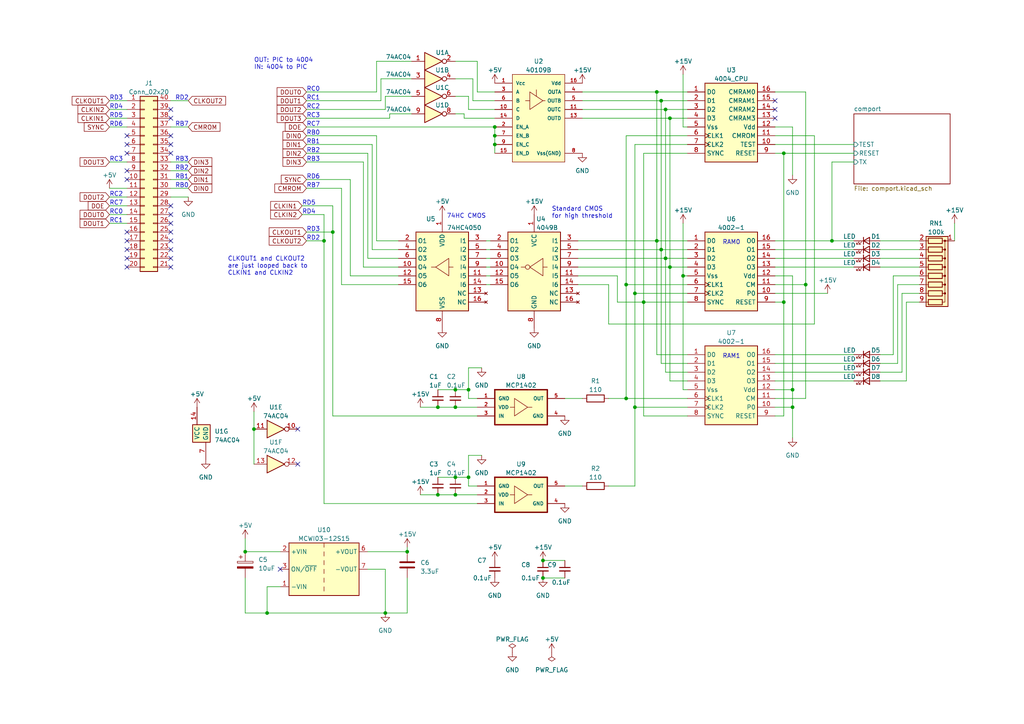
<source format=kicad_sch>
(kicad_sch (version 20230121) (generator eeschema)
  (paper "A4")
  (title_block (title "EMUZ80-4004 mezzanine board") (date "2023-05-22") (rev "0.1") (company "Ryo Mukai"))
  (lib_symbols
    (symbol "000_MyLibrary:4002_RAM"
      (property "Reference" "U" (at -6.35 13.97 0))
      (property "Value" "4002_RAM" (at 0 11.43 0))
      (symbol "4002_RAM_1_0"
        (pin bidirectional line (at -12.7 7.62 0) (length 5.08) (name "D0") (number "1"))
        (pin input line (at 12.7 -7.62 180) (length 5.08) (name "P0") (number "10"))
        (pin input line (at 12.7 -5.08 180) (length 5.08) (name "CM") (number "11"))
        (pin power_in line (at 12.7 -2.54 180) (length 5.08) (name "Vdd") (number "12"))
        (pin output line (at 12.7 0 180) (length 5.08) (name "O3") (number "13"))
        (pin output line (at 12.7 2.54 180) (length 5.08) (name "O2") (number "14"))
        (pin output line (at 12.7 5.08 180) (length 5.08) (name "O1") (number "15"))
        (pin output line (at 12.7 7.62 180) (length 5.08) (name "O0") (number "16"))
        (pin bidirectional line (at -12.7 5.08 0) (length 5.08) (name "D1") (number "2"))
        (pin bidirectional line (at -12.7 2.54 0) (length 5.08) (name "D2") (number "3"))
        (pin bidirectional line (at -12.7 0 0) (length 5.08) (name "D3") (number "4"))
        (pin power_in line (at -12.7 -2.54 0) (length 5.08) (name "Vss") (number "5"))
        (pin input clock (at -12.7 -5.08 0) (length 5.08) (name "CLK1") (number "6"))
        (pin input clock (at -12.7 -7.62 0) (length 5.08) (name "CLK2") (number "7"))
        (pin input line (at -12.7 -10.16 0) (length 5.08) (name "SYNC") (number "8"))
        (pin input line (at 12.7 -10.16 180) (length 5.08) (name "RESET") (number "9"))
      )
    )
    (symbol "000_MyLibrary:4004_CPU"
      (property "Reference" "U" (at -7.62 13.97 0))
      (property "Value" "4004_CPU" (at 0 11.43 0))
      (symbol "4004_CPU_1_0"
        (pin bidirectional line (at -12.7 7.62 0) (length 5.08) (name "D0") (number "1"))
        (pin input line (at 12.7 -7.62 180) (length 5.08) (name "TEST") (number "10"))
        (pin output line (at 12.7 -5.08 180) (length 5.08) (name "CMROM") (number "11"))
        (pin power_in line (at 12.7 -2.54 180) (length 5.08) (name "Vdd") (number "12"))
        (pin output line (at 12.7 0 180) (length 5.08) (name "CMRAM3") (number "13"))
        (pin output line (at 12.7 2.54 180) (length 5.08) (name "CMRAM2") (number "14"))
        (pin output line (at 12.7 5.08 180) (length 5.08) (name "CMRAM1") (number "15"))
        (pin output line (at 12.7 7.62 180) (length 5.08) (name "CMRAM0") (number "16"))
        (pin bidirectional line (at -12.7 5.08 0) (length 5.08) (name "D1") (number "2"))
        (pin bidirectional line (at -12.7 2.54 0) (length 5.08) (name "D2") (number "3"))
        (pin bidirectional line (at -12.7 0 0) (length 5.08) (name "D3") (number "4"))
        (pin power_in line (at -12.7 -2.54 0) (length 5.08) (name "Vss") (number "5"))
        (pin input clock (at -12.7 -5.08 0) (length 5.08) (name "CLK1") (number "6"))
        (pin input clock (at -12.7 -7.62 0) (length 5.08) (name "CLK2") (number "7"))
        (pin output line (at -12.7 -10.16 0) (length 5.08) (name "SYNC") (number "8"))
        (pin input line (at 12.7 -10.16 180) (length 5.08) (name "RESET") (number "9"))
      )
    )
    (symbol "000_MyLibrary:40109B" (pin_names (offset 1.016))
      (property "Reference" "U" (at -7.62 13.97 0))
      (property "Value" "40109B" (at -7.62 -16.51 0))
      (symbol "40109B_0_0"
        (pin input line (at -12.7 -10.16 0) (length 5.08) (name "EN_D") (number "15"))
        (pin input line (at -12.7 -2.54 0) (length 5.08) (name "EN_A") (number "2"))
        (pin input line (at -12.7 -5.08 0) (length 5.08) (name "EN_B") (number "7"))
        (pin input line (at -12.7 -7.62 0) (length 5.08) (name "EN_C") (number "9"))
      )
      (symbol "40109B_1_0"
        (pin power_in line (at -12.7 10.16 0) (length 5.08) (name "Vcc") (number "1"))
        (pin input line (at -12.7 2.54 0) (length 5.08) (name "C") (number "10"))
        (pin output line (at 12.7 2.54 180) (length 5.08) (name "OUTC") (number "11"))
        (pin no_connect line (at 12.7 -5.715 180) (length 5.08) hide (name "NC") (number "12"))
        (pin output line (at 12.7 0 180) (length 5.08) (name "OUTD") (number "13"))
        (pin input line (at -12.7 0 0) (length 5.08) (name "D") (number "14"))
        (pin power_in line (at 12.7 10.16 180) (length 5.08) (name "Vdd") (number "16"))
        (pin input line (at -12.7 7.62 0) (length 5.08) (name "A") (number "3"))
        (pin output line (at 12.7 7.62 180) (length 5.08) (name "OUTA") (number "4"))
        (pin output line (at 12.7 5.08 180) (length 5.08) (name "OUTB") (number "5"))
        (pin input line (at -12.7 5.08 0) (length 5.08) (name "B") (number "6"))
        (pin power_in line (at 12.7 -10.16 180) (length 5.08) (name "Vss(GND)") (number "8"))
      )
    )
    (symbol "000_MyLibrary:4049"
      (property "Reference" "U5" (at 7.62 12.7 0))
      (property "Value" "4049" (at 7.62 10.16 0))
      (symbol "4049_1_0"
        (pin power_in line (at 0 12.7 270) (length 5.08) (name "VCC") (number "1"))
        (pin output line (at 12.7 -2.54 180) (length 5.08) (name "O4") (number "10"))
        (pin input line (at -12.7 -5.08 0) (length 5.08) (name "I5") (number "11"))
        (pin output line (at 12.7 -5.08 180) (length 5.08) (name "O5") (number "12"))
        (pin no_connect line (at -12.7 -10.16 0) (length 5.08) (name "NC") (number "13"))
        (pin input line (at -12.7 -7.62 0) (length 5.08) (name "I6") (number "14"))
        (pin output line (at 12.7 -7.62 180) (length 5.08) (name "O6") (number "15"))
        (pin no_connect line (at -12.7 -12.7 0) (length 5.08) (name "NC") (number "16"))
        (pin output line (at 12.7 5.08 180) (length 5.08) (name "O1") (number "2"))
        (pin input line (at -12.7 5.08 0) (length 5.08) (name "I1") (number "3"))
        (pin output line (at 12.7 2.54 180) (length 5.08) (name "O2") (number "4"))
        (pin input line (at -12.7 2.54 0) (length 5.08) (name "I2") (number "5"))
        (pin output line (at 12.7 0 180) (length 5.08) (name "O3") (number "6"))
        (pin input line (at -12.7 0 0) (length 5.08) (name "I3") (number "7"))
        (pin power_in line (at 0 -20.32 90) (length 5.08) (name "GND") (number "8"))
        (pin input line (at -12.7 -2.54 0) (length 5.08) (name "I4") (number "9"))
      )
    )
    (symbol "000_MyLibrary:4050"
      (property "Reference" "U4" (at 7.62 15.24 0))
      (property "Value" "4050" (at 7.62 12.7 0))
      (symbol "4050_1_0"
        (pin power_in line (at 0 15.24 270) (length 5.08) (name "VDD") (number "1"))
        (pin output line (at 12.7 0 180) (length 5.08) (name "O4") (number "10"))
        (pin input line (at -12.7 -2.54 0) (length 5.08) (name "I5") (number "11"))
        (pin output line (at 12.7 -2.54 180) (length 5.08) (name "O5") (number "12"))
        (pin no_connect line (at -12.7 -7.62 0) (length 5.08) (name "NC") (number "13"))
        (pin input line (at -12.7 -5.08 0) (length 5.08) (name "I6") (number "14"))
        (pin output line (at 12.7 -5.08 180) (length 5.08) (name "O6") (number "15"))
        (pin no_connect line (at -12.7 -10.16 0) (length 5.08) (name "NC") (number "16"))
        (pin output line (at 12.7 7.62 180) (length 5.08) (name "O1") (number "2"))
        (pin input line (at -12.7 7.62 0) (length 5.08) (name "I1") (number "3"))
        (pin output line (at 12.7 5.08 180) (length 5.08) (name "O2") (number "4"))
        (pin input line (at -12.7 5.08 0) (length 5.08) (name "I2") (number "5"))
        (pin output line (at 12.7 2.54 180) (length 5.08) (name "O3") (number "6"))
        (pin input line (at -12.7 2.54 0) (length 5.08) (name "I3") (number "7"))
        (pin power_in line (at 0 -17.78 90) (length 5.08) (name "VSS") (number "8"))
        (pin input line (at -12.7 0 0) (length 5.08) (name "I4") (number "9"))
      )
    )
    (symbol "000_MyLibrary:74AC04"
      (property "Reference" "U" (at 0 5.08 0))
      (property "Value" "74AC04" (at 2.54 2.54 0))
      (symbol "74AC04_1_0"
        (pin input line (at -6.35 0 0) (length 3.81) (name "~") (number "1"))
        (pin output inverted (at 6.35 0 180) (length 3.81) (name "~") (number "2"))
      )
      (symbol "74AC04_2_0"
        (pin input line (at -6.35 0 0) (length 3.81) (name "~") (number "3"))
        (pin output inverted (at 6.35 0 180) (length 3.81) (name "~") (number "4"))
      )
      (symbol "74AC04_3_0"
        (pin input line (at -6.35 0 0) (length 3.81) (name "~") (number "5"))
        (pin output inverted (at 6.35 0 180) (length 3.81) (name "~") (number "6"))
      )
      (symbol "74AC04_4_0"
        (pin output inverted (at 6.35 0 180) (length 3.81) (name "~") (number "8"))
        (pin input line (at -6.35 0 0) (length 3.81) (name "~") (number "9"))
      )
      (symbol "74AC04_5_0"
        (pin output inverted (at 6.35 0 180) (length 3.81) (name "~") (number "10"))
        (pin input line (at -6.35 0 0) (length 3.81) (name "~") (number "11"))
      )
      (symbol "74AC04_6_0"
        (pin output inverted (at 6.35 0 180) (length 3.81) (name "~") (number "12"))
        (pin input line (at -6.35 0 0) (length 3.81) (name "~") (number "13"))
      )
      (symbol "74AC04_7_0"
        (pin power_in line (at -1.27 7.62 270) (length 5.08) (name "VCC") (number "14"))
        (pin power_in line (at 1.27 -7.62 90) (length 5.08) (name "GND") (number "7"))
      )
    )
    (symbol "000_MyLibrary:C" (pin_numbers hide) (pin_names (offset 0.254))
      (property "Reference" "C" (at 0.635 2.54 0))
      (property "Value" "C" (at 0.635 -2.54 0))
      (symbol "C_1_1"
        (pin passive line (at 0 3.81 270) (length 2.794) (name "~") (number "1"))
        (pin passive line (at 0 -3.81 90) (length 2.794) (name "~") (number "2"))
      )
    )
    (symbol "000_MyLibrary:C_Polarized" (pin_numbers hide) (pin_names (offset 0.254))
      (property "Reference" "C" (at 0.635 2.54 0))
      (property "Value" "C_Polarized" (at 0.635 -2.54 0))
      (symbol "C_Polarized_1_1"
        (pin passive line (at 0 3.81 270) (length 2.794) (name "~") (number "1"))
        (pin passive line (at 0 -3.81 90) (length 2.794) (name "~") (number "2"))
      )
    )
    (symbol "000_MyLibrary:C_Small" (pin_numbers hide) (pin_names (offset 0.254) hide)
      (property "Reference" "C" (at 0.254 1.778 0))
      (property "Value" "C_Small" (at 0.254 -2.032 0))
      (symbol "C_Small_1_1"
        (pin passive line (at 0 2.54 270) (length 2.032) (name "~") (number "1"))
        (pin passive line (at 0 -2.54 90) (length 2.032) (name "~") (number "2"))
      )
    )
    (symbol "000_MyLibrary:LED" (pin_numbers hide) (pin_names (offset 1.016) hide)
      (property "Reference" "D" (at 0.254 2.54 0))
      (property "Value" "LED" (at 0.254 -2.54 0))
      (symbol "LED_1_1"
        (pin passive line (at -3.81 0 0) (length 2.54) (name "K") (number "1"))
        (pin passive line (at 3.81 0 180) (length 2.54) (name "A") (number "2"))
      )
    )
    (symbol "000_MyLibrary:MCP1402" (pin_names (offset 1.016))
      (property "Reference" "U" (at -7.62 6.35 0))
      (property "Value" "MCP1402" (at -7.62 -7.62 0))
      (symbol "MCP1402_0_0"
        (pin input line (at -12.7 -2.54 0) (length 5.08) (name "IN") (number "3"))
        (pin power_in line (at 12.7 -2.54 180) (length 5.08) (name "GND") (number "4"))
      )
      (symbol "MCP1402_1_0"
        (pin power_in line (at -12.7 2.54 0) (length 5.08) (name "GND") (number "1"))
        (pin power_in line (at -12.7 0 0) (length 5.08) (name "VDD") (number "2"))
        (pin output line (at 12.7 2.54 180) (length 5.08) (name "OUT") (number "5"))
      )
    )
    (symbol "000_MyLibrary:MCWI03-12S15"
      (property "Reference" "U" (at 0 11.43 0))
      (property "Value" "MCWI03-12S15" (at 0 8.89 0))
      (symbol "MCWI03-12S15_1_1"
        (pin power_in line (at -12.7 -5.08 0) (length 2.54) (name "-VIN") (number "1"))
        (pin power_in line (at -12.7 5.08 0) (length 2.54) (name "+VIN") (number "2"))
        (pin input line (at -12.7 0 0) (length 2.54) (name "ON/~{OFF}") (number "3"))
        (pin no_connect line (at 10.16 -2.54 180) (length 2.54) hide (name "NC") (number "5"))
        (pin power_out line (at 12.7 5.08 180) (length 2.54) (name "+VOUT") (number "6"))
        (pin power_out line (at 12.7 0 180) (length 2.54) (name "-VOUT") (number "7"))
        (pin no_connect line (at 10.16 -5.08 180) (length 2.54) hide (name "NC") (number "8"))
      )
    )
    (symbol "000_MyLibrary:R" (pin_numbers hide) (pin_names (offset 0))
      (property "Reference" "R" (at 2.032 0 90))
      (property "Value" "R" (at 0 0 90))
      (symbol "R_1_1"
        (pin passive line (at 0 3.81 270) (length 1.27) (name "~") (number "1"))
        (pin passive line (at 0 -3.81 90) (length 1.27) (name "~") (number "2"))
      )
    )
    (symbol "000_MyLibrary:R_Network08" (pin_names (offset 0) hide)
      (property "Reference" "RN" (at -12.7 0 90))
      (property "Value" "R_Network08" (at 10.16 0 90))
      (symbol "R_Network08_1_1"
        (pin passive line (at -10.16 5.08 270) (length 2.54) (name "common") (number "1"))
        (pin passive line (at -10.16 -5.08 90) (length 1.27) (name "R1") (number "2"))
        (pin passive line (at -7.62 -5.08 90) (length 1.27) (name "R2") (number "3"))
        (pin passive line (at -5.08 -5.08 90) (length 1.27) (name "R3") (number "4"))
        (pin passive line (at -2.54 -5.08 90) (length 1.27) (name "R4") (number "5"))
        (pin passive line (at 0 -5.08 90) (length 1.27) (name "R5") (number "6"))
        (pin passive line (at 2.54 -5.08 90) (length 1.27) (name "R6") (number "7"))
        (pin passive line (at 5.08 -5.08 90) (length 1.27) (name "R7") (number "8"))
        (pin passive line (at 7.62 -5.08 90) (length 1.27) (name "R8") (number "9"))
      )
    )
    (symbol "Connector_Generic:Conn_02x20_Counter_Clockwise" (pin_names (offset 1.016) hide)
      (property "Reference" "J" (at 1.27 25.4 0))
      (property "Value" "Conn_02x20_Counter_Clockwise" (at 1.27 -27.94 0))
      (symbol "Conn_02x20_Counter_Clockwise_1_1"
        (pin passive line (at -5.08 22.86 0) (length 3.81) (name "Pin_1") (number "1"))
        (pin passive line (at -5.08 0 0) (length 3.81) (name "Pin_10") (number "10"))
        (pin passive line (at -5.08 -2.54 0) (length 3.81) (name "Pin_11") (number "11"))
        (pin passive line (at -5.08 -5.08 0) (length 3.81) (name "Pin_12") (number "12"))
        (pin passive line (at -5.08 -7.62 0) (length 3.81) (name "Pin_13") (number "13"))
        (pin passive line (at -5.08 -10.16 0) (length 3.81) (name "Pin_14") (number "14"))
        (pin passive line (at -5.08 -12.7 0) (length 3.81) (name "Pin_15") (number "15"))
        (pin passive line (at -5.08 -15.24 0) (length 3.81) (name "Pin_16") (number "16"))
        (pin passive line (at -5.08 -17.78 0) (length 3.81) (name "Pin_17") (number "17"))
        (pin passive line (at -5.08 -20.32 0) (length 3.81) (name "Pin_18") (number "18"))
        (pin passive line (at -5.08 -22.86 0) (length 3.81) (name "Pin_19") (number "19"))
        (pin passive line (at -5.08 20.32 0) (length 3.81) (name "Pin_2") (number "2"))
        (pin passive line (at -5.08 -25.4 0) (length 3.81) (name "Pin_20") (number "20"))
        (pin passive line (at 7.62 -25.4 180) (length 3.81) (name "Pin_21") (number "21"))
        (pin passive line (at 7.62 -22.86 180) (length 3.81) (name "Pin_22") (number "22"))
        (pin passive line (at 7.62 -20.32 180) (length 3.81) (name "Pin_23") (number "23"))
        (pin passive line (at 7.62 -17.78 180) (length 3.81) (name "Pin_24") (number "24"))
        (pin passive line (at 7.62 -15.24 180) (length 3.81) (name "Pin_25") (number "25"))
        (pin passive line (at 7.62 -12.7 180) (length 3.81) (name "Pin_26") (number "26"))
        (pin passive line (at 7.62 -10.16 180) (length 3.81) (name "Pin_27") (number "27"))
        (pin passive line (at 7.62 -7.62 180) (length 3.81) (name "Pin_28") (number "28"))
        (pin passive line (at 7.62 -5.08 180) (length 3.81) (name "Pin_29") (number "29"))
        (pin passive line (at -5.08 17.78 0) (length 3.81) (name "Pin_3") (number "3"))
        (pin passive line (at 7.62 -2.54 180) (length 3.81) (name "Pin_30") (number "30"))
        (pin passive line (at 7.62 0 180) (length 3.81) (name "Pin_31") (number "31"))
        (pin passive line (at 7.62 2.54 180) (length 3.81) (name "Pin_32") (number "32"))
        (pin passive line (at 7.62 5.08 180) (length 3.81) (name "Pin_33") (number "33"))
        (pin passive line (at 7.62 7.62 180) (length 3.81) (name "Pin_34") (number "34"))
        (pin passive line (at 7.62 10.16 180) (length 3.81) (name "Pin_35") (number "35"))
        (pin passive line (at 7.62 12.7 180) (length 3.81) (name "Pin_36") (number "36"))
        (pin passive line (at 7.62 15.24 180) (length 3.81) (name "Pin_37") (number "37"))
        (pin passive line (at 7.62 17.78 180) (length 3.81) (name "Pin_38") (number "38"))
        (pin passive line (at 7.62 20.32 180) (length 3.81) (name "Pin_39") (number "39"))
        (pin passive line (at -5.08 15.24 0) (length 3.81) (name "Pin_4") (number "4"))
        (pin passive line (at 7.62 22.86 180) (length 3.81) (name "Pin_40") (number "40"))
        (pin passive line (at -5.08 12.7 0) (length 3.81) (name "Pin_5") (number "5"))
        (pin passive line (at -5.08 10.16 0) (length 3.81) (name "Pin_6") (number "6"))
        (pin passive line (at -5.08 7.62 0) (length 3.81) (name "Pin_7") (number "7"))
        (pin passive line (at -5.08 5.08 0) (length 3.81) (name "Pin_8") (number "8"))
        (pin passive line (at -5.08 2.54 0) (length 3.81) (name "Pin_9") (number "9"))
      )
    )
    (symbol "power:+15V" (power) (pin_names (offset 0))
      (property "Value" "+15V" (at 0 3.556 0))
      (symbol "+15V_1_1"
        (pin power_in line (at 0 0 90) (length 0) hide (name "+15V") (number "1"))
      )
    )
    (symbol "power:+5V" (power) (pin_names (offset 0))
      (property "Value" "+5V" (at 0 3.556 0))
      (symbol "+5V_1_1"
        (pin power_in line (at 0 0 90) (length 0) hide (name "+5V") (number "1"))
      )
    )
    (symbol "power:GND" (power) (pin_names (offset 0))
      (property "Value" "GND" (at 0 -3.81 0))
      (symbol "GND_1_1"
        (pin power_in line (at 0 0 270) (length 0) hide (name "GND") (number "1"))
      )
    )
    (symbol "power:PWR_FLAG" (power) (pin_numbers hide) (pin_names (offset 0) hide)
      (property "Value" "PWR_FLAG" (at 0 3.81 0))
      (symbol "PWR_FLAG_0_0"
        (pin power_out line (at 0 0 90) (length 0) (name "pwr") (number "1"))
      )
    )
  )
  (junction (at 135.89 113.03))
  (junction (at 93.98 69.85))
  (junction (at 190.5 26.67))
  (junction (at 181.61 82.55))
  (junction (at 132.08 138.43))
  (junction (at 184.15 118.11))
  (junction (at 190.5 69.85))
  (junction (at 111.76 177.8))
  (junction (at 191.77 72.39))
  (junction (at 127 118.11))
  (junction (at 71.12 160.02))
  (junction (at 96.52 67.31))
  (junction (at 227.33 44.45))
  (junction (at 229.87 113.03))
  (junction (at 118.11 160.02))
  (junction (at 132.08 143.51))
  (junction (at 181.61 115.57))
  (junction (at 73.66 124.46))
  (junction (at 184.15 85.09))
  (junction (at 77.47 177.8))
  (junction (at 193.04 31.75))
  (junction (at 127 143.51))
  (junction (at 191.77 29.21))
  (junction (at 229.87 118.11))
  (junction (at 132.08 113.03))
  (junction (at 194.31 34.29))
  (junction (at 143.51 41.91))
  (junction (at 157.48 162.56))
  (junction (at 143.51 39.37))
  (junction (at 193.04 74.93))
  (junction (at 157.48 167.64))
  (junction (at 194.31 77.47))
  (junction (at 186.69 87.63))
  (junction (at 241.3 69.85))
  (junction (at 143.51 36.83))
  (junction (at 135.89 138.43))
  (junction (at 132.08 118.11))
  (junction (at 198.12 80.01))
  (junction (at 233.68 82.55))
  (junction (at 227.33 87.63))
  (no_connect (at 81.28 165.1))
  (no_connect (at 49.53 31.75))
  (no_connect (at 49.53 39.37))
  (no_connect (at 49.53 69.85))
  (no_connect (at 224.79 31.75))
  (no_connect (at 36.83 67.31))
  (no_connect (at 49.53 59.69))
  (no_connect (at 36.83 49.53))
  (no_connect (at 36.83 69.85))
  (no_connect (at 36.83 41.91))
  (no_connect (at 36.83 44.45))
  (no_connect (at 49.53 74.93))
  (no_connect (at 49.53 44.45))
  (no_connect (at 86.36 124.46))
  (no_connect (at 36.83 77.47))
  (no_connect (at 49.53 72.39))
  (no_connect (at 224.79 29.21))
  (no_connect (at 49.53 62.23))
  (no_connect (at 49.53 34.29))
  (no_connect (at 224.79 34.29))
  (no_connect (at 36.83 52.07))
  (no_connect (at 36.83 39.37))
  (no_connect (at 86.36 134.62))
  (no_connect (at 49.53 67.31))
  (no_connect (at 49.53 77.47))
  (no_connect (at 49.53 41.91))
  (no_connect (at 36.83 72.39))
  (no_connect (at 49.53 64.77))
  (no_connect (at 36.83 74.93))
  (wire (pts (xy 191.77 29.21) (xy 199.39 29.21)))
  (wire (pts (xy 88.9 67.31) (xy 96.52 67.31)))
  (wire (pts (xy 167.64 72.39) (xy 191.77 72.39)))
  (wire (pts (xy 142.24 72.39) (xy 140.97 72.39)))
  (wire (pts (xy 199.39 102.87) (xy 190.5 102.87)))
  (wire (pts (xy 224.79 26.67) (xy 233.68 26.67)))
  (wire (pts (xy 31.75 54.61) (xy 36.83 54.61)))
  (wire (pts (xy 31.75 57.15) (xy 36.83 57.15)))
  (wire (pts (xy 199.39 80.01) (xy 198.12 80.01)))
  (wire (pts (xy 184.15 85.09) (xy 199.39 85.09)))
  (wire (pts (xy 121.92 143.51) (xy 127 143.51)))
  (wire (pts (xy 77.47 177.8) (xy 111.76 177.8)))
  (wire (pts (xy 127 118.11) (xy 132.08 118.11)))
  (wire (pts (xy 168.91 26.67) (xy 190.5 26.67)))
  (wire (pts (xy 184.15 41.91) (xy 199.39 41.91)))
  (wire (pts (xy 193.04 107.95) (xy 193.04 74.93)))
  (wire (pts (xy 194.31 77.47) (xy 199.39 77.47)))
  (wire (pts (xy 224.79 69.85) (xy 241.3 69.85)))
  (wire (pts (xy 241.3 46.99) (xy 241.3 69.85)))
  (wire (pts (xy 132.08 17.78) (xy 138.43 17.78)))
  (wire (pts (xy 118.11 177.8) (xy 111.76 177.8)))
  (wire (pts (xy 109.22 17.78) (xy 119.38 17.78)))
  (wire (pts (xy 224.79 105.41) (xy 247.65 105.41)))
  (wire (pts (xy 88.9 69.85) (xy 93.98 69.85)))
  (wire (pts (xy 106.68 165.1) (xy 111.76 165.1)))
  (wire (pts (xy 199.39 105.41) (xy 191.77 105.41)))
  (wire (pts (xy 115.57 80.01) (xy 101.6 80.01)))
  (wire (pts (xy 132.08 22.86) (xy 137.16 22.86)))
  (wire (pts (xy 54.61 54.61) (xy 49.53 54.61)))
  (wire (pts (xy 168.91 31.75) (xy 193.04 31.75)))
  (wire (pts (xy 31.75 62.23) (xy 36.83 62.23)))
  (wire (pts (xy 106.68 74.93) (xy 115.57 74.93)))
  (wire (pts (xy 142.24 69.85) (xy 140.97 69.85)))
  (wire (pts (xy 224.79 80.01) (xy 229.87 80.01)))
  (wire (pts (xy 224.79 110.49) (xy 247.65 110.49)))
  (wire (pts (xy 191.77 105.41) (xy 191.77 72.39)))
  (wire (pts (xy 168.91 34.29) (xy 194.31 34.29)))
  (wire (pts (xy 138.43 115.57) (xy 135.89 115.57)))
  (wire (pts (xy 142.24 82.55) (xy 140.97 82.55)))
  (wire (pts (xy 176.53 115.57) (xy 181.61 115.57)))
  (wire (pts (xy 229.87 113.03) (xy 229.87 118.11)))
  (wire (pts (xy 198.12 80.01) (xy 198.12 64.77)))
  (wire (pts (xy 236.22 39.37) (xy 224.79 39.37)))
  (wire (pts (xy 113.03 34.29) (xy 113.03 33.02)))
  (wire (pts (xy 143.51 36.83) (xy 143.51 39.37)))
  (wire (pts (xy 96.52 120.65) (xy 138.43 120.65)))
  (wire (pts (xy 176.53 82.55) (xy 176.53 93.98)))
  (wire (pts (xy 111.76 165.1) (xy 111.76 177.8)))
  (wire (pts (xy 142.24 77.47) (xy 140.97 77.47)))
  (wire (pts (xy 111.76 27.94) (xy 119.38 27.94)))
  (wire (pts (xy 105.41 77.47) (xy 115.57 77.47)))
  (wire (pts (xy 135.89 31.75) (xy 143.51 31.75)))
  (wire (pts (xy 184.15 41.91) (xy 184.15 85.09)))
  (wire (pts (xy 224.79 77.47) (xy 247.65 77.47)))
  (wire (pts (xy 101.6 80.01) (xy 101.6 52.07)))
  (wire (pts (xy 77.47 177.8) (xy 77.47 170.18)))
  (wire (pts (xy 163.83 140.97) (xy 168.91 140.97)))
  (wire (pts (xy 127 113.03) (xy 132.08 113.03)))
  (wire (pts (xy 138.43 26.67) (xy 143.51 26.67)))
  (wire (pts (xy 259.08 80.01) (xy 259.08 102.87)))
  (wire (pts (xy 184.15 140.97) (xy 184.15 118.11)))
  (wire (pts (xy 266.7 82.55) (xy 260.35 82.55)))
  (wire (pts (xy 88.9 29.21) (xy 110.49 29.21)))
  (wire (pts (xy 179.07 80.01) (xy 179.07 87.63)))
  (wire (pts (xy 71.12 167.64) (xy 71.12 177.8)))
  (wire (pts (xy 121.92 118.11) (xy 127 118.11)))
  (wire (pts (xy 88.9 44.45) (xy 106.68 44.45)))
  (wire (pts (xy 127 143.51) (xy 132.08 143.51)))
  (wire (pts (xy 88.9 26.67) (xy 109.22 26.67)))
  (wire (pts (xy 106.68 160.02) (xy 118.11 160.02)))
  (wire (pts (xy 261.62 85.09) (xy 261.62 107.95)))
  (wire (pts (xy 193.04 31.75) (xy 199.39 31.75)))
  (wire (pts (xy 191.77 72.39) (xy 199.39 72.39)))
  (wire (pts (xy 227.33 44.45) (xy 247.65 44.45)))
  (wire (pts (xy 127 138.43) (xy 132.08 138.43)))
  (wire (pts (xy 186.69 120.65) (xy 186.69 87.63)))
  (wire (pts (xy 229.87 118.11) (xy 229.87 127)))
  (wire (pts (xy 233.68 115.57) (xy 233.68 82.55)))
  (wire (pts (xy 31.75 29.21) (xy 36.83 29.21)))
  (wire (pts (xy 199.39 120.65) (xy 186.69 120.65)))
  (wire (pts (xy 193.04 31.75) (xy 193.04 74.93)))
  (wire (pts (xy 224.79 41.91) (xy 247.65 41.91)))
  (wire (pts (xy 93.98 146.05) (xy 138.43 146.05)))
  (wire (pts (xy 224.79 118.11) (xy 229.87 118.11)))
  (wire (pts (xy 199.39 110.49) (xy 194.31 110.49)))
  (wire (pts (xy 224.79 74.93) (xy 247.65 74.93)))
  (wire (pts (xy 110.49 29.21) (xy 110.49 22.86)))
  (wire (pts (xy 71.12 177.8) (xy 77.47 177.8)))
  (wire (pts (xy 194.31 34.29) (xy 194.31 77.47)))
  (wire (pts (xy 168.91 29.21) (xy 191.77 29.21)))
  (wire (pts (xy 190.5 69.85) (xy 199.39 69.85)))
  (wire (pts (xy 181.61 39.37) (xy 181.61 82.55)))
  (wire (pts (xy 134.62 34.29) (xy 143.51 34.29)))
  (wire (pts (xy 224.79 85.09) (xy 240.03 85.09)))
  (wire (pts (xy 190.5 26.67) (xy 190.5 69.85)))
  (wire (pts (xy 88.9 46.99) (xy 105.41 46.99)))
  (wire (pts (xy 167.64 77.47) (xy 194.31 77.47)))
  (wire (pts (xy 224.79 113.03) (xy 229.87 113.03)))
  (wire (pts (xy 111.76 31.75) (xy 111.76 27.94)))
  (wire (pts (xy 229.87 80.01) (xy 229.87 113.03)))
  (wire (pts (xy 199.39 26.67) (xy 190.5 26.67)))
  (wire (pts (xy 135.89 140.97) (xy 135.89 138.43)))
  (wire (pts (xy 96.52 59.69) (xy 96.52 67.31)))
  (wire (pts (xy 88.9 34.29) (xy 113.03 34.29)))
  (wire (pts (xy 157.48 162.56) (xy 163.83 162.56)))
  (wire (pts (xy 142.24 80.01) (xy 140.97 80.01)))
  (wire (pts (xy 88.9 31.75) (xy 111.76 31.75)))
  (wire (pts (xy 31.75 34.29) (xy 36.83 34.29)))
  (wire (pts (xy 194.31 110.49) (xy 194.31 77.47)))
  (wire (pts (xy 109.22 26.67) (xy 109.22 17.78)))
  (wire (pts (xy 229.87 36.83) (xy 229.87 50.8)))
  (wire (pts (xy 93.98 69.85) (xy 93.98 146.05)))
  (wire (pts (xy 101.6 52.07) (xy 88.9 52.07)))
  (wire (pts (xy 31.75 46.99) (xy 36.83 46.99)))
  (wire (pts (xy 255.27 110.49) (xy 262.89 110.49)))
  (wire (pts (xy 266.7 80.01) (xy 259.08 80.01)))
  (wire (pts (xy 135.89 132.08) (xy 139.7 132.08)))
  (wire (pts (xy 137.16 22.86) (xy 137.16 29.21)))
  (wire (pts (xy 54.61 46.99) (xy 49.53 46.99)))
  (wire (pts (xy 167.64 82.55) (xy 176.53 82.55)))
  (wire (pts (xy 132.08 33.02) (xy 134.62 33.02)))
  (wire (pts (xy 276.86 64.77) (xy 276.86 69.85)))
  (wire (pts (xy 99.06 82.55) (xy 99.06 54.61)))
  (wire (pts (xy 135.89 113.03) (xy 135.89 106.68)))
  (wire (pts (xy 260.35 82.55) (xy 260.35 105.41)))
  (wire (pts (xy 181.61 115.57) (xy 199.39 115.57)))
  (wire (pts (xy 31.75 64.77) (xy 36.83 64.77)))
  (wire (pts (xy 132.08 118.11) (xy 138.43 118.11)))
  (wire (pts (xy 142.24 74.93) (xy 140.97 74.93)))
  (wire (pts (xy 99.06 54.61) (xy 88.9 54.61)))
  (wire (pts (xy 224.79 102.87) (xy 247.65 102.87)))
  (wire (pts (xy 87.63 62.23) (xy 93.98 62.23)))
  (wire (pts (xy 224.79 72.39) (xy 247.65 72.39)))
  (wire (pts (xy 167.64 69.85) (xy 190.5 69.85)))
  (wire (pts (xy 132.08 113.03) (xy 135.89 113.03)))
  (wire (pts (xy 224.79 107.95) (xy 247.65 107.95)))
  (wire (pts (xy 137.16 29.21) (xy 143.51 29.21)))
  (wire (pts (xy 224.79 120.65) (xy 227.33 120.65)))
  (wire (pts (xy 199.39 82.55) (xy 181.61 82.55)))
  (wire (pts (xy 255.27 77.47) (xy 266.7 77.47)))
  (wire (pts (xy 132.08 143.51) (xy 138.43 143.51)))
  (wire (pts (xy 132.08 27.94) (xy 135.89 27.94)))
  (wire (pts (xy 135.89 115.57) (xy 135.89 113.03)))
  (wire (pts (xy 255.27 74.93) (xy 266.7 74.93)))
  (wire (pts (xy 107.95 72.39) (xy 115.57 72.39)))
  (wire (pts (xy 227.33 87.63) (xy 224.79 87.63)))
  (wire (pts (xy 88.9 41.91) (xy 107.95 41.91)))
  (wire (pts (xy 71.12 160.02) (xy 81.28 160.02)))
  (wire (pts (xy 54.61 49.53) (xy 49.53 49.53)))
  (wire (pts (xy 109.22 69.85) (xy 115.57 69.85)))
  (wire (pts (xy 255.27 105.41) (xy 260.35 105.41)))
  (wire (pts (xy 113.03 33.02) (xy 119.38 33.02)))
  (wire (pts (xy 132.08 138.43) (xy 135.89 138.43)))
  (wire (pts (xy 143.51 41.91) (xy 143.51 44.45)))
  (wire (pts (xy 135.89 138.43) (xy 135.89 132.08)))
  (wire (pts (xy 107.95 41.91) (xy 107.95 72.39)))
  (wire (pts (xy 176.53 93.98) (xy 236.22 93.98)))
  (wire (pts (xy 233.68 26.67) (xy 233.68 82.55)))
  (wire (pts (xy 88.9 39.37) (xy 109.22 39.37)))
  (wire (pts (xy 105.41 46.99) (xy 105.41 77.47)))
  (wire (pts (xy 49.53 57.15) (xy 54.61 57.15)))
  (wire (pts (xy 247.65 46.99) (xy 241.3 46.99)))
  (wire (pts (xy 266.7 87.63) (xy 262.89 87.63)))
  (wire (pts (xy 227.33 87.63) (xy 227.33 120.65)))
  (wire (pts (xy 143.51 39.37) (xy 143.51 41.91)))
  (wire (pts (xy 163.83 115.57) (xy 168.91 115.57)))
  (wire (pts (xy 138.43 140.97) (xy 135.89 140.97)))
  (wire (pts (xy 255.27 69.85) (xy 266.7 69.85)))
  (wire (pts (xy 181.61 115.57) (xy 181.61 82.55)))
  (wire (pts (xy 181.61 39.37) (xy 199.39 39.37)))
  (wire (pts (xy 190.5 102.87) (xy 190.5 69.85)))
  (wire (pts (xy 255.27 72.39) (xy 266.7 72.39)))
  (wire (pts (xy 167.64 74.93) (xy 193.04 74.93)))
  (wire (pts (xy 115.57 82.55) (xy 99.06 82.55)))
  (wire (pts (xy 262.89 87.63) (xy 262.89 110.49)))
  (wire (pts (xy 31.75 31.75) (xy 36.83 31.75)))
  (wire (pts (xy 199.39 113.03) (xy 198.12 113.03)))
  (wire (pts (xy 167.64 80.01) (xy 179.07 80.01)))
  (wire (pts (xy 191.77 29.21) (xy 191.77 72.39)))
  (wire (pts (xy 31.75 59.69) (xy 36.83 59.69)))
  (wire (pts (xy 134.62 33.02) (xy 134.62 34.29)))
  (wire (pts (xy 77.47 170.18) (xy 81.28 170.18)))
  (wire (pts (xy 73.66 124.46) (xy 73.66 134.62)))
  (wire (pts (xy 179.07 87.63) (xy 186.69 87.63)))
  (wire (pts (xy 109.22 39.37) (xy 109.22 69.85)))
  (wire (pts (xy 138.43 17.78) (xy 138.43 26.67)))
  (wire (pts (xy 186.69 87.63) (xy 199.39 87.63)))
  (wire (pts (xy 54.61 36.83) (xy 49.53 36.83)))
  (wire (pts (xy 224.79 36.83) (xy 229.87 36.83)))
  (wire (pts (xy 118.11 160.02) (xy 118.11 158.75)))
  (wire (pts (xy 73.66 119.38) (xy 73.66 124.46)))
  (wire (pts (xy 31.75 36.83) (xy 36.83 36.83)))
  (wire (pts (xy 199.39 36.83) (xy 198.12 36.83)))
  (wire (pts (xy 54.61 29.21) (xy 49.53 29.21)))
  (wire (pts (xy 135.89 27.94) (xy 135.89 31.75)))
  (wire (pts (xy 118.11 167.64) (xy 118.11 177.8)))
  (wire (pts (xy 106.68 44.45) (xy 106.68 74.93)))
  (wire (pts (xy 227.33 44.45) (xy 227.33 87.63)))
  (wire (pts (xy 157.48 167.64) (xy 163.83 167.64)))
  (wire (pts (xy 71.12 156.21) (xy 71.12 160.02)))
  (wire (pts (xy 184.15 118.11) (xy 184.15 85.09)))
  (wire (pts (xy 224.79 115.57) (xy 233.68 115.57)))
  (wire (pts (xy 255.27 102.87) (xy 259.08 102.87)))
  (wire (pts (xy 198.12 36.83) (xy 198.12 21.59)))
  (wire (pts (xy 87.63 59.69) (xy 96.52 59.69)))
  (wire (pts (xy 266.7 85.09) (xy 261.62 85.09)))
  (wire (pts (xy 176.53 140.97) (xy 184.15 140.97)))
  (wire (pts (xy 96.52 67.31) (xy 96.52 120.65)))
  (wire (pts (xy 236.22 39.37) (xy 236.22 93.98)))
  (wire (pts (xy 255.27 107.95) (xy 261.62 107.95)))
  (wire (pts (xy 93.98 62.23) (xy 93.98 69.85)))
  (wire (pts (xy 186.69 44.45) (xy 186.69 87.63)))
  (wire (pts (xy 88.9 36.83) (xy 143.51 36.83)))
  (wire (pts (xy 224.79 44.45) (xy 227.33 44.45)))
  (wire (pts (xy 194.31 34.29) (xy 199.39 34.29)))
  (wire (pts (xy 198.12 80.01) (xy 198.12 113.03)))
  (wire (pts (xy 241.3 69.85) (xy 247.65 69.85)))
  (wire (pts (xy 199.39 74.93) (xy 193.04 74.93)))
  (wire (pts (xy 199.39 107.95) (xy 193.04 107.95)))
  (wire (pts (xy 186.69 44.45) (xy 199.39 44.45)))
  (wire (pts (xy 184.15 118.11) (xy 199.39 118.11)))
  (wire (pts (xy 54.61 52.07) (xy 49.53 52.07)))
  (wire (pts (xy 135.89 106.68) (xy 139.7 106.68)))
  (wire (pts (xy 110.49 22.86) (xy 119.38 22.86)))
  (wire (pts (xy 233.68 82.55) (xy 224.79 82.55)))
  (text "RC2" (at 31.75 57.15 0) (effects (font (size 1.27 1.27)) (justify left bottom)))
  (text "RC7" (at 88.9 36.83 0) (effects (font (size 1.27 1.27)) (justify left bottom)))
  (text "Standard CMOS\nfor high threshold" (at 160.02 63.5 0) (effects (font (size 1.27 1.27)) (justify left bottom)))
  (text "RB2" (at 88.9 44.45 0) (effects (font (size 1.27 1.27)) (justify left bottom)))
  (text "OUT: PIC to 4004\nIN: 4004 to PIC" (at 73.66 20.32 0) (effects (font (size 1.27 1.27)) (justify left bottom)))
  (text "74HC CMOS" (at 129.54 63.5 0) (effects (font (size 1.27 1.27)) (justify left bottom)))
  (text "RD2" (at 88.9 69.85 0) (effects (font (size 1.27 1.27)) (justify left bottom)))
  (text "RB7" (at 88.9 54.61 0) (effects (font (size 1.27 1.27)) (justify left bottom)))
  (text "RD4" (at 31.75 31.75 0) (effects (font (size 1.27 1.27)) (justify left bottom)))
  (text "RB7" (at 50.8 36.83 0) (effects (font (size 1.27 1.27)) (justify left bottom)))
  (text "RD4" (at 87.63 62.23 0) (effects (font (size 1.27 1.27)) (justify left bottom)))
  (text "RC1" (at 31.75 64.77 0) (effects (font (size 1.27 1.27)) (justify left bottom)))
  (text "RD3" (at 31.75 29.21 0) (effects (font (size 1.27 1.27)) (justify left bottom)))
  (text "RD5" (at 87.63 59.69 0) (effects (font (size 1.27 1.27)) (justify left bottom)))
  (text "RB0" (at 88.9 39.37 0) (effects (font (size 1.27 1.27)) (justify left bottom)))
  (text "RB0" (at 50.8 54.61 0) (effects (font (size 1.27 1.27)) (justify left bottom)))
  (text "RC1" (at 88.9 29.21 0) (effects (font (size 1.27 1.27)) (justify left bottom)))
  (text "RC3" (at 88.9 34.29 0) (effects (font (size 1.27 1.27)) (justify left bottom)))
  (text "RB3" (at 50.8 46.99 0) (effects (font (size 1.27 1.27)) (justify left bottom)))
  (text "RAM0" (at 209.55 71.12 0) (effects (font (size 1.27 1.27)) (justify left bottom)))
  (text "RC2" (at 88.9 31.75 0) (effects (font (size 1.27 1.27)) (justify left bottom)))
  (text "RD2" (at 50.8 29.21 0) (effects (font (size 1.27 1.27)) (justify left bottom)))
  (text "CLKOUT1 and CLKOUT2\nare just looped back to\nCLKIN1 and CLKIN2" (at 66.04 80.01 0) (effects (font (size 1.27 1.27)) (justify left bottom)))
  (text "RB1" (at 50.8 52.07 0) (effects (font (size 1.27 1.27)) (justify left bottom)))
  (text "RD6" (at 88.9 52.07 0) (effects (font (size 1.27 1.27)) (justify left bottom)))
  (text "RAM1" (at 209.55 104.14 0) (effects (font (size 1.27 1.27)) (justify left bottom)))
  (text "RD6" (at 31.75 36.83 0) (effects (font (size 1.27 1.27)) (justify left bottom)))
  (text "RC0" (at 88.9 26.67 0) (effects (font (size 1.27 1.27)) (justify left bottom)))
  (text "RC7" (at 31.75 59.69 0) (effects (font (size 1.27 1.27)) (justify left bottom)))
  (text "RD3" (at 88.9 67.31 0) (effects (font (size 1.27 1.27)) (justify left bottom)))
  (text "RB2" (at 50.8 49.53 0) (effects (font (size 1.27 1.27)) (justify left bottom)))
  (text "RC0" (at 31.75 62.23 0) (effects (font (size 1.27 1.27)) (justify left bottom)))
  (text "RB3" (at 88.9 46.99 0) (effects (font (size 1.27 1.27)) (justify left bottom)))
  (text "RB1" (at 88.9 41.91 0) (effects (font (size 1.27 1.27)) (justify left bottom)))
  (text "RD5" (at 31.75 34.29 0) (effects (font (size 1.27 1.27)) (justify left bottom)))
  (text "RC3" (at 31.75 46.99 0) (effects (font (size 1.27 1.27)) (justify left bottom)))
  (global_label "DOUT3" (shape input) (at 88.9 34.29 180) (property "Intersheetrefs" "${INTERSHEET_REFS}" (effects hide)))
  (global_label "DIN3" (shape input) (at 88.9 46.99 180) (property "Intersheetrefs" "${INTERSHEET_REFS}" (effects hide)))
  (global_label "DIN1" (shape input) (at 54.61 52.07 0) (property "Intersheetrefs" "${INTERSHEET_REFS}" (effects hide)))
  (global_label "CLKOUT2" (shape input) (at 54.61 29.21 0) (property "Intersheetrefs" "${INTERSHEET_REFS}" (effects hide)))
  (global_label "CLKIN2" (shape input) (at 31.75 31.75 180) (property "Intersheetrefs" "${INTERSHEET_REFS}" (effects hide)))
  (global_label "DOUT0" (shape input) (at 31.75 62.23 180) (property "Intersheetrefs" "${INTERSHEET_REFS}" (effects hide)))
  (global_label "DIN0" (shape input) (at 88.9 39.37 180) (property "Intersheetrefs" "${INTERSHEET_REFS}" (effects hide)))
  (global_label "DOUT1" (shape input) (at 31.75 64.77 180) (property "Intersheetrefs" "${INTERSHEET_REFS}" (effects hide)))
  (global_label "CLKIN2" (shape input) (at 87.63 62.23 180) (property "Intersheetrefs" "${INTERSHEET_REFS}" (effects hide)))
  (global_label "DIN3" (shape input) (at 54.61 46.99 0) (property "Intersheetrefs" "${INTERSHEET_REFS}" (effects hide)))
  (global_label "CLKIN1" (shape input) (at 87.63 59.69 180) (property "Intersheetrefs" "${INTERSHEET_REFS}" (effects hide)))
  (global_label "DOUT3" (shape input) (at 31.75 46.99 180) (property "Intersheetrefs" "${INTERSHEET_REFS}" (effects hide)))
  (global_label "CLKOUT1" (shape input) (at 88.9 67.31 180) (property "Intersheetrefs" "${INTERSHEET_REFS}" (effects hide)))
  (global_label "CMROM" (shape input) (at 54.61 36.83 0) (property "Intersheetrefs" "${INTERSHEET_REFS}" (effects hide)))
  (global_label "CLKOUT1" (shape input) (at 31.75 29.21 180) (property "Intersheetrefs" "${INTERSHEET_REFS}" (effects hide)))
  (global_label "DIN0" (shape input) (at 54.61 54.61 0) (property "Intersheetrefs" "${INTERSHEET_REFS}" (effects hide)))
  (global_label "DOE" (shape input) (at 31.75 59.69 180) (property "Intersheetrefs" "${INTERSHEET_REFS}" (effects hide)))
  (global_label "DOUT1" (shape input) (at 88.9 29.21 180) (property "Intersheetrefs" "${INTERSHEET_REFS}" (effects hide)))
  (global_label "DIN1" (shape input) (at 88.9 41.91 180) (property "Intersheetrefs" "${INTERSHEET_REFS}" (effects hide)))
  (global_label "SYNC" (shape input) (at 88.9 52.07 180) (property "Intersheetrefs" "${INTERSHEET_REFS}" (effects hide)))
  (global_label "CLKIN1" (shape input) (at 31.75 34.29 180) (property "Intersheetrefs" "${INTERSHEET_REFS}" (effects hide)))
  (global_label "DOE" (shape input) (at 88.9 36.83 180) (property "Intersheetrefs" "${INTERSHEET_REFS}" (effects hide)))
  (global_label "SYNC" (shape input) (at 31.75 36.83 180) (property "Intersheetrefs" "${INTERSHEET_REFS}" (effects hide)))
  (global_label "DOUT0" (shape input) (at 88.9 26.67 180) (property "Intersheetrefs" "${INTERSHEET_REFS}" (effects hide)))
  (global_label "CMROM" (shape input) (at 88.9 54.61 180) (property "Intersheetrefs" "${INTERSHEET_REFS}" (effects hide)))
  (global_label "DOUT2" (shape input) (at 88.9 31.75 180) (property "Intersheetrefs" "${INTERSHEET_REFS}" (effects hide)))
  (global_label "DIN2" (shape input) (at 88.9 44.45 180) (property "Intersheetrefs" "${INTERSHEET_REFS}" (effects hide)))
  (global_label "DIN2" (shape input) (at 54.61 49.53 0) (property "Intersheetrefs" "${INTERSHEET_REFS}" (effects hide)))
  (global_label "CLKOUT2" (shape input) (at 88.9 69.85 180) (property "Intersheetrefs" "${INTERSHEET_REFS}" (effects hide)))
  (global_label "DOUT2" (shape input) (at 31.75 57.15 180) (property "Intersheetrefs" "${INTERSHEET_REFS}" (effects hide)))
  (symbol (lib_id "power:+15V") (at 168.91 24.13 0) (unit 1)
    (property "Reference" "#PWR03" (effects hide))
    (property "Value" "+15V" (at 168.91 20.32 0))
  )
  (symbol (lib_id "power:GND") (at 139.7 132.08 0) (unit 1)
    (property "Reference" "#PWR021" (effects hide))
    (property "Value" "GND" (at 139.7 137.16 0))
  )
  (symbol (lib_id "power:+15V") (at 198.12 64.77 0) (unit 1)
    (property "Reference" "#PWR010" (effects hide))
    (property "Value" "+15V" (at 198.12 60.96 0))
  )
  (symbol (lib_id "power:+15V") (at 118.11 158.75 0) (unit 1)
    (property "Reference" "#PWR026" (effects hide))
    (property "Value" "+15V" (at 118.11 154.94 0))
  )
  (symbol (lib_id "power:GND") (at 148.59 189.23 0) (unit 1)
    (property "Reference" "#PWR032" (effects hide))
    (property "Value" "GND" (at 148.59 194.31 0))
  )
  (symbol (lib_id "000_MyLibrary:4004_CPU") (at 212.09 34.29 0) (unit 1)
    (property "Reference" "U3" (at 212.09 20.32 0))
    (property "Value" "4004_CPU" (at 212.09 22.86 0))
    (property "Footprint" "000_MyFootprint:DIP_Socket-16_W4.3_W5.08_W7.62_W10.16_W10.9_3M_216-3340-00-0602J" (effects hide))
  )
  (symbol (lib_id "000_MyLibrary:C_Small") (at 127 140.97 0) (unit 1)
    (property "Reference" "C3" (at 124.46 134.62 0) (effects (justify left)))
    (property "Value" "1uF" (at 124.46 137.16 0) (effects (justify left)))
    (property "Footprint" "000_MyFootprint:C_Disc_D4.3mm_W1.9mm_P5.00mm" (effects hide))
  )
  (symbol (lib_id "power:+15V") (at 154.94 62.23 0) (unit 1)
    (property "Reference" "#PWR09" (effects hide))
    (property "Value" "+15V" (at 154.94 58.42 0))
  )
  (symbol (lib_id "power:PWR_FLAG") (at 148.59 189.23 0) (unit 1)
    (property "Reference" "#FLG01" (effects hide))
    (property "Value" "PWR_FLAG" (at 148.59 185.42 0))
  )
  (symbol (lib_id "power:GND") (at 163.83 146.05 0) (unit 1)
    (property "Reference" "#PWR024" (effects hide))
    (property "Value" "GND" (at 163.83 151.13 0))
  )
  (symbol (lib_id "power:GND") (at 229.87 50.8 0) (unit 1)
    (property "Reference" "#PWR05" (effects hide))
    (property "Value" "GND" (at 229.87 55.88 0))
  )
  (symbol (lib_id "power:GND") (at 128.27 95.25 0) (unit 1)
    (property "Reference" "#PWR013" (effects hide))
    (property "Value" "GND" (at 128.27 100.33 0))
  )
  (symbol (lib_id "000_MyLibrary:74AC04") (at 80.01 134.62 0) (unit 6)
    (property "Reference" "U1" (at 80.01 128.27 0))
    (property "Value" "74AC04" (at 80.01 130.81 0))
    (property "Footprint" "000_MyFootprint:DIP-14_W7.62mm" (effects hide))
    (property "Datasheet" "http://www.ti.com/lit/gpn/sn74LS04" (effects hide))
  )
  (symbol (lib_id "000_MyLibrary:74AC04") (at 125.73 22.86 0) (unit 2)
    (property "Reference" "U1" (at 128.27 20.32 0))
    (property "Value" "74AC04" (at 115.57 21.59 0))
    (property "Footprint" "000_MyFootprint:DIP-14_W7.62mm" (effects hide))
    (property "Datasheet" "http://www.ti.com/lit/gpn/sn74LS04" (effects hide))
  )
  (symbol (lib_id "power:GND") (at 111.76 177.8 0) (unit 1)
    (property "Reference" "#PWR031" (effects hide))
    (property "Value" "GND" (at 111.76 182.88 0))
  )
  (symbol (lib_id "power:GND") (at 139.7 106.68 0) (unit 1)
    (property "Reference" "#PWR015" (effects hide))
    (property "Value" "GND" (at 139.7 111.76 0))
  )
  (symbol (lib_id "000_MyLibrary:LED") (at 251.46 110.49 0) (unit 1)
    (property "Reference" "D8" (at 254 109.22 0))
    (property "Value" "LED" (at 246.38 109.22 0))
    (property "Footprint" "000_MyFootprint:LED_D3.0mm" (effects hide))
  )
  (symbol (lib_id "000_MyLibrary:R") (at 172.72 140.97 90) (unit 1)
    (property "Reference" "R2" (at 172.72 135.89 90))
    (property "Value" "110" (at 172.72 138.43 90))
    (property "Footprint" "000_MyFootprint:R_Axial_DIN0207_L6.3mm_D2.5mm_P7.62mm_Horizontal" (effects hide))
  )
  (symbol (lib_id "000_MyLibrary:4002_RAM") (at 212.09 77.47 0) (unit 1)
    (property "Reference" "U6" (at 212.09 63.5 0))
    (property "Value" "4002-1" (at 212.09 66.04 0))
    (property "Footprint" "000_MyFootprint:DIP-16_W7.62mm" (effects hide))
  )
  (symbol (lib_id "power:+5V") (at 71.12 156.21 0) (unit 1)
    (property "Reference" "#PWR025" (effects hide))
    (property "Value" "+5V" (at 71.12 152.4 0))
  )
  (symbol (lib_id "power:+5V") (at 73.66 119.38 0) (unit 1)
    (property "Reference" "#PWR018" (effects hide))
    (property "Value" "+5V" (at 73.66 115.57 0))
  )
  (symbol (lib_id "000_MyLibrary:74AC04") (at 125.73 33.02 0) (unit 4)
    (property "Reference" "U1" (at 128.27 30.48 0))
    (property "Value" "74AC04" (at 115.57 31.75 0))
    (property "Footprint" "000_MyFootprint:DIP-14_W7.62mm" (effects hide))
    (property "Datasheet" "http://www.ti.com/lit/gpn/sn74LS04" (effects hide))
  )
  (symbol (lib_id "power:+5V") (at 143.51 162.56 0) (unit 1)
    (property "Reference" "#PWR027" (effects hide))
    (property "Value" "+5V" (at 143.51 158.75 0))
  )
  (symbol (lib_id "000_MyLibrary:MCWI03-12S15") (at 93.98 165.1 0) (unit 1)
    (property "Reference" "U10" (at 93.98 153.67 0))
    (property "Value" "MCWI03-12S15" (at 93.98 156.21 0))
    (property "Footprint" "000_MyFootprint:SIP-8_without4pin_for_DCDC" (effects hide))
    (property "Datasheet" "https://akizukidenshi.com/download/ds/minmax/MCWI03-12x.pdf" (effects hide))
  )
  (symbol (lib_id "power:+5V") (at 160.02 189.23 0) (unit 1)
    (property "Reference" "#PWR033" (effects hide))
    (property "Value" "+5V" (at 160.02 185.42 0))
  )
  (symbol (lib_id "000_MyLibrary:LED") (at 251.46 72.39 0) (unit 1)
    (property "Reference" "D2" (at 254 71.12 0))
    (property "Value" "LED" (at 246.38 71.12 0))
    (property "Footprint" "000_MyFootprint:LED_D3.0mm" (effects hide))
  )
  (symbol (lib_id "power:GND") (at 157.48 167.64 0) (unit 1)
    (property "Reference" "#PWR030" (effects hide))
    (property "Value" "GND" (at 157.48 172.72 0))
  )
  (symbol (lib_id "000_MyLibrary:R_Network08") (at 271.78 80.01 270) (unit 1)
    (property "Reference" "RN1" (at 271.526 64.77 90))
    (property "Value" "100k" (at 271.526 67.31 90))
    (property "Footprint" "Resistor_THT:R_Array_SIP9" (effects hide))
    (property "Datasheet" "http://www.vishay.com/docs/31509/csc.pdf" (effects hide))
  )
  (symbol (lib_id "000_MyLibrary:40109B") (at 156.21 34.29 0) (unit 1)
    (property "Reference" "U2" (at 156.21 17.78 0))
    (property "Value" "40109B" (at 156.21 20.32 0))
    (property "Footprint" "000_MyFootprint:DIP-16_W7.62mm" (effects hide))
  )
  (symbol (lib_id "000_MyLibrary:LED") (at 251.46 105.41 0) (unit 1)
    (property "Reference" "D6" (at 254 104.14 0))
    (property "Value" "LED" (at 246.38 104.14 0))
    (property "Footprint" "000_MyFootprint:LED_D3.0mm" (effects hide))
  )
  (symbol (lib_id "000_MyLibrary:LED") (at 251.46 74.93 0) (unit 1)
    (property "Reference" "D3" (at 254 73.66 0))
    (property "Value" "LED" (at 246.38 73.66 0))
    (property "Footprint" "000_MyFootprint:LED_D3.0mm" (effects hide))
  )
  (symbol (lib_id "power:+15V") (at 198.12 21.59 0) (unit 1)
    (property "Reference" "#PWR01" (effects hide))
    (property "Value" "+15V" (at 198.12 17.78 0))
  )
  (symbol (lib_id "000_MyLibrary:MCP1402") (at 151.13 143.51 0) (unit 1)
    (property "Reference" "U9" (at 151.13 134.62 0))
    (property "Value" "MCP1402" (at 151.13 137.16 0))
    (property "Footprint" "000_MyFootprint:DIP-6_W7.62mm_Socket_5pin" (effects hide))
    (property "Datasheet" "https://ww1.microchip.com/downloads/en/DeviceDoc/20002052D.pdf" (effects hide))
  )
  (symbol (lib_id "000_MyLibrary:C") (at 118.11 163.83 0) (unit 1)
    (property "Reference" "C6" (at 121.92 163.195 0) (effects (justify left)))
    (property "Value" "3.3uF" (at 121.92 165.735 0) (effects (justify left)))
    (property "Footprint" "000_MyFootprint:C_Disc_D4.7mm_W2.5mm_P5.00mm" (effects hide))
  )
  (symbol (lib_id "000_MyLibrary:74AC04") (at 58.42 125.73 0) (unit 7)
    (property "Reference" "U1" (at 62.23 125.095 0) (effects (justify left)))
    (property "Value" "74AC04" (at 62.23 127.635 0) (effects (justify left)))
    (property "Footprint" "000_MyFootprint:DIP-14_W7.62mm" (effects hide))
    (property "Datasheet" "http://www.ti.com/lit/gpn/sn74LS04" (effects hide))
  )
  (symbol (lib_id "000_MyLibrary:C_Small") (at 163.83 165.1 0) (unit 1)
    (property "Reference" "C9" (at 158.75 163.83 0) (effects (justify left)))
    (property "Value" "0.1uF" (at 160.02 168.91 0) (effects (justify left)))
    (property "Footprint" "000_MyFootprint:C_Disc_D4.3mm_W1.9mm_P5.00mm" (effects hide))
  )
  (symbol (lib_id "power:+15V") (at 157.48 162.56 0) (unit 1)
    (property "Reference" "#PWR028" (effects hide))
    (property "Value" "+15V" (at 157.48 158.75 0))
  )
  (symbol (lib_id "power:GND") (at 163.83 120.65 0) (unit 1)
    (property "Reference" "#PWR019" (effects hide))
    (property "Value" "GND" (at 163.83 125.73 0))
  )
  (symbol (lib_id "power:+15V") (at 276.86 64.77 0) (unit 1)
    (property "Reference" "#PWR011" (effects hide))
    (property "Value" "+15V" (at 276.86 60.96 0))
  )
  (symbol (lib_id "power:+15V") (at 121.92 118.11 0) (unit 1)
    (property "Reference" "#PWR017" (effects hide))
    (property "Value" "+15V" (at 121.92 114.3 0))
  )
  (symbol (lib_id "000_MyLibrary:R") (at 172.72 115.57 90) (unit 1)
    (property "Reference" "R1" (at 172.72 110.49 90))
    (property "Value" "110" (at 172.72 113.03 90))
    (property "Footprint" "000_MyFootprint:R_Axial_DIN0207_L6.3mm_D2.5mm_P7.62mm_Horizontal" (effects hide))
  )
  (symbol (lib_id "power:+15V") (at 121.92 143.51 0) (unit 1)
    (property "Reference" "#PWR023" (effects hide))
    (property "Value" "+15V" (at 121.92 139.7 0))
  )
  (symbol (lib_id "000_MyLibrary:4050") (at 128.27 77.47 0) (mirror y) (unit 1)
    (property "Reference" "U5" (at 126.3141 63.5 0) (effects (justify left)))
    (property "Value" "74HC4050" (at 139.7 66.04 0) (effects (justify left)))
    (property "Footprint" "000_MyFootprint:DIP-16_W7.62mm" (effects hide))
  )
  (symbol (lib_id "000_MyLibrary:C_Small") (at 127 115.57 0) (unit 1)
    (property "Reference" "C1" (at 124.46 109.22 0) (effects (justify left)))
    (property "Value" "1uF" (at 124.46 111.76 0) (effects (justify left)))
    (property "Footprint" "000_MyFootprint:C_Disc_D4.3mm_W1.9mm_P5.00mm" (effects hide))
  )
  (symbol (lib_id "000_MyLibrary:LED") (at 251.46 69.85 0) (unit 1)
    (property "Reference" "D1" (at 254 68.58 0))
    (property "Value" "LED" (at 246.38 68.58 0))
    (property "Footprint" "000_MyFootprint:LED_D3.0mm" (effects hide))
  )
  (symbol (lib_id "power:+5V") (at 57.15 118.11 0) (unit 1)
    (property "Reference" "#PWR016" (effects hide))
    (property "Value" "+5V" (at 57.15 114.3 0))
  )
  (symbol (lib_id "000_MyLibrary:4002_RAM") (at 212.09 110.49 0) (unit 1)
    (property "Reference" "U7" (at 212.09 96.52 0))
    (property "Value" "4002-1" (at 212.09 99.06 0))
    (property "Footprint" "000_MyFootprint:DIP-16_W7.62mm" (effects hide))
  )
  (symbol (lib_id "power:GND") (at 143.51 167.64 0) (unit 1)
    (property "Reference" "#PWR029" (effects hide))
    (property "Value" "GND" (at 143.51 172.72 0))
  )
  (symbol (lib_id "000_MyLibrary:LED") (at 251.46 77.47 0) (unit 1)
    (property "Reference" "D4" (at 254 76.2 0))
    (property "Value" "LED" (at 246.38 76.2 0))
    (property "Footprint" "000_MyFootprint:LED_D3.0mm" (effects hide))
  )
  (symbol (lib_id "power:GND") (at 54.61 57.15 0) (unit 1)
    (property "Reference" "#PWR07" (effects hide))
    (property "Value" "GND" (at 54.61 62.23 0))
  )
  (symbol (lib_id "000_MyLibrary:74AC04") (at 125.73 27.94 0) (unit 3)
    (property "Reference" "U1" (at 128.27 25.4 0))
    (property "Value" "74AC04" (at 115.57 26.67 0))
    (property "Footprint" "000_MyFootprint:DIP-14_W7.62mm" (effects hide))
    (property "Datasheet" "http://www.ti.com/lit/gpn/sn74LS04" (effects hide))
  )
  (symbol (lib_id "power:PWR_FLAG") (at 160.02 189.23 180) (unit 1)
    (property "Reference" "#FLG02" (effects hide))
    (property "Value" "PWR_FLAG" (at 160.02 194.31 0))
  )
  (symbol (lib_id "power:GND") (at 154.94 95.25 0) (unit 1)
    (property "Reference" "#PWR014" (effects hide))
    (property "Value" "GND" (at 154.94 100.33 0))
  )
  (symbol (lib_id "Connector_Generic:Conn_02x20_Counter_Clockwise") (at 41.91 52.07 0) (unit 1)
    (property "Reference" "J1" (at 43.18 24.13 0))
    (property "Value" "Conn_02x20" (at 43.18 26.67 0))
    (property "Footprint" "000_MyFootprint:DIP-40_W20.32mm800mil_Socket" (effects hide))
  )
  (symbol (lib_id "000_MyLibrary:C_Small") (at 132.08 140.97 0) (unit 1)
    (property "Reference" "C4" (at 129.54 134.62 0) (effects (justify left)))
    (property "Value" "0.1uF" (at 129.54 137.16 0) (effects (justify left)))
    (property "Footprint" "000_MyFootprint:C_Disc_D4.3mm_W1.9mm_P5.00mm" (effects hide))
  )
  (symbol (lib_id "power:GND") (at 229.87 127 0) (unit 1)
    (property "Reference" "#PWR020" (effects hide))
    (property "Value" "GND" (at 229.87 132.08 0))
  )
  (symbol (lib_id "power:GND") (at 59.69 133.35 0) (unit 1)
    (property "Reference" "#PWR022" (effects hide))
    (property "Value" "GND" (at 59.69 138.43 0))
  )
  (symbol (lib_id "000_MyLibrary:C_Polarized") (at 71.12 163.83 0) (unit 1)
    (property "Reference" "C5" (at 74.93 162.306 0) (effects (justify left)))
    (property "Value" "10uF" (at 74.93 164.846 0) (effects (justify left)))
    (property "Footprint" "000_MyFootprint:CP_Radial_D4.0mm_P1.50mm" (effects hide))
  )
  (symbol (lib_id "power:GND") (at 168.91 44.45 0) (unit 1)
    (property "Reference" "#PWR04" (effects hide))
    (property "Value" "GND" (at 168.91 49.53 0))
  )
  (symbol (lib_id "000_MyLibrary:LED") (at 251.46 107.95 0) (unit 1)
    (property "Reference" "D7" (at 254 106.68 0))
    (property "Value" "LED" (at 246.38 106.68 0))
    (property "Footprint" "000_MyFootprint:LED_D3.0mm" (effects hide))
  )
  (symbol (lib_id "000_MyLibrary:C_Small") (at 143.51 165.1 0) (unit 1)
    (property "Reference" "C7" (at 138.43 162.56 0) (effects (justify left)))
    (property "Value" "0.1uF" (at 137.16 167.64 0) (effects (justify left)))
    (property "Footprint" "000_MyFootprint:C_Disc_D4.3mm_W1.9mm_P5.00mm" (effects hide))
  )
  (symbol (lib_id "power:+5V") (at 143.51 24.13 0) (unit 1)
    (property "Reference" "#PWR02" (effects hide))
    (property "Value" "+5V" (at 143.51 20.32 0))
  )
  (symbol (lib_id "000_MyLibrary:74AC04") (at 125.73 17.78 0) (unit 1)
    (property "Reference" "U1" (at 128.27 15.24 0))
    (property "Value" "74AC04" (at 115.57 16.51 0))
    (property "Footprint" "000_MyFootprint:DIP-14_W7.62mm" (effects hide))
    (property "Datasheet" "http://www.ti.com/lit/gpn/sn74LS04" (effects hide))
  )
  (symbol (lib_id "000_MyLibrary:MCP1402") (at 151.13 118.11 0) (unit 1)
    (property "Reference" "U8" (at 151.13 109.22 0))
    (property "Value" "MCP1402" (at 151.13 111.76 0))
    (property "Footprint" "000_MyFootprint:DIP-6_W7.62mm_Socket_5pin" (effects hide))
    (property "Datasheet" "https://ww1.microchip.com/downloads/en/DeviceDoc/20002052D.pdf" (effects hide))
  )
  (symbol (lib_id "000_MyLibrary:LED") (at 251.46 102.87 0) (unit 1)
    (property "Reference" "D5" (at 254 101.6 0))
    (property "Value" "LED" (at 246.38 101.6 0))
    (property "Footprint" "000_MyFootprint:LED_D3.0mm" (effects hide))
  )
  (symbol (lib_id "power:+5V") (at 128.27 62.23 0) (unit 1)
    (property "Reference" "#PWR08" (effects hide))
    (property "Value" "+5V" (at 128.27 58.42 0))
  )
  (symbol (lib_id "000_MyLibrary:74AC04") (at 80.01 124.46 0) (unit 5)
    (property "Reference" "U1" (at 80.01 118.11 0))
    (property "Value" "74AC04" (at 80.01 120.65 0))
    (property "Footprint" "000_MyFootprint:DIP-14_W7.62mm" (effects hide))
    (property "Datasheet" "http://www.ti.com/lit/gpn/sn74LS04" (effects hide))
  )
  (symbol (lib_id "000_MyLibrary:C_Small") (at 132.08 115.57 0) (unit 1)
    (property "Reference" "C2" (at 129.54 109.22 0) (effects (justify left)))
    (property "Value" "0.1uF" (at 129.54 111.76 0) (effects (justify left)))
    (property "Footprint" "000_MyFootprint:C_Disc_D4.3mm_W1.9mm_P5.00mm" (effects hide))
  )
  (symbol (lib_id "000_MyLibrary:4049") (at 154.94 74.93 0) (mirror y) (unit 1)
    (property "Reference" "U4" (at 155.5241 63.5 0) (effects (justify right)))
    (property "Value" "4049B" (at 155.5241 66.04 0) (effects (justify right)))
    (property "Footprint" "000_MyFootprint:DIP-16_W7.62mm" (effects hide))
  )
  (symbol (lib_id "power:+15V") (at 240.03 85.09 0) (unit 1)
    (property "Reference" "#PWR012" (effects hide))
    (property "Value" "+15V" (at 240.03 81.28 0))
  )
  (symbol (lib_id "power:+5V") (at 31.75 54.61 0) (unit 1)
    (property "Reference" "#PWR06" (effects hide))
    (property "Value" "+5V" (at 31.75 50.8 0))
  )
  (symbol (lib_id "000_MyLibrary:C_Small") (at 157.48 165.1 0) (unit 1)
    (property "Reference" "C8" (at 151.13 163.83 0) (effects (justify left)))
    (property "Value" "0.1uF" (at 151.13 167.64 0) (effects (justify left)))
    (property "Footprint" "000_MyFootprint:C_Disc_D4.3mm_W1.9mm_P5.00mm" (effects hide))
  )
  (sheet (at 247.65 33.02) (size 27.94 20.32) (stroke (width 0.1524))
    (property "Sheetname" "comport" (at 247.65 32.3084 0) (effects (justify left bottom)))
    (property "Sheetfile" "comport.kicad_sch" (at 247.65 53.9246 0) (effects (justify left top)))
    (pin "TX" input (at 247.65 46.99 180))
    (pin "TEST" input (at 247.65 41.91 180))
    (pin "RESET" input (at 247.65 44.45 180))
  )
)
</source>
